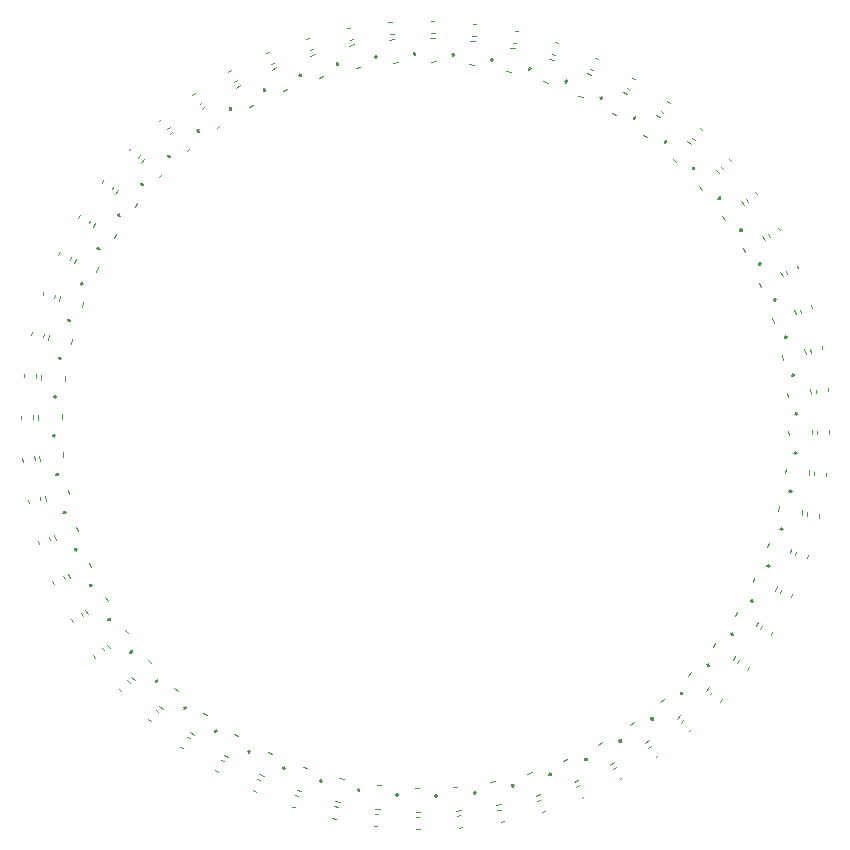
<source format=gbr>
%TF.GenerationSoftware,KiCad,Pcbnew,(6.0.4)*%
%TF.CreationDate,2022-06-17T20:48:29+08:00*%
%TF.ProjectId,WS2812_2020_60bit,57533238-3132-45f3-9230-32305f363062,rev?*%
%TF.SameCoordinates,Original*%
%TF.FileFunction,Legend,Top*%
%TF.FilePolarity,Positive*%
%FSLAX46Y46*%
G04 Gerber Fmt 4.6, Leading zero omitted, Abs format (unit mm)*
G04 Created by KiCad (PCBNEW (6.0.4)) date 2022-06-17 20:48:29*
%MOMM*%
%LPD*%
G01*
G04 APERTURE LIST*
%ADD10C,0.120000*%
%ADD11C,0.100000*%
%ADD12C,0.200000*%
G04 APERTURE END LIST*
D10*
%TO.C,REF\u002A\u002A100*%
X199273695Y-86761233D02*
X199172937Y-86498748D01*
X198321443Y-87126768D02*
X198220685Y-86864283D01*
D11*
%TO.C,LED\u002A\u002A74*%
X255598885Y-55388672D02*
X255881728Y-55671515D01*
D12*
X255952439Y-57722124D02*
X255952439Y-57722124D01*
X255811017Y-57863546D02*
X255811017Y-57863546D01*
D11*
X254184672Y-56802885D02*
X254467515Y-57085728D01*
D12*
X255952439Y-57722124D02*
G75*
G03*
X255811017Y-57863546I-70711J-70711D01*
G01*
X255811017Y-57863546D02*
G75*
G03*
X255952439Y-57722124I70711J70711D01*
G01*
D10*
%TO.C,REF\u002A\u002A118*%
X250087452Y-104157122D02*
X249868949Y-104334061D01*
X250729359Y-104949811D02*
X250510856Y-105126750D01*
D11*
%TO.C,LED\u002A\u002A8*%
X251197115Y-100184672D02*
X250914272Y-100467515D01*
D12*
X250277876Y-101952439D02*
X250277876Y-101952439D01*
D11*
X252611328Y-101598885D02*
X252328485Y-101881728D01*
D12*
X250136454Y-101811017D02*
X250136454Y-101811017D01*
X250277876Y-101952439D02*
G75*
G03*
X250136454Y-101811017I-70711J70711D01*
G01*
X250136454Y-101811017D02*
G75*
G03*
X250277876Y-101952439I70711J-70711D01*
G01*
D11*
%TO.C,LED\u002A\u002A107*%
X215191319Y-103373055D02*
X214834916Y-103191458D01*
X214283338Y-105155068D02*
X213926935Y-104973471D01*
D12*
X213316810Y-102866875D02*
X213316810Y-102866875D01*
X213226012Y-103045077D02*
X213226012Y-103045077D01*
X213226012Y-103045077D02*
G75*
G03*
X213316810Y-102866875I45399J89101D01*
G01*
X213316810Y-102866875D02*
G75*
G03*
X213226012Y-103045077I-45399J-89101D01*
G01*
D11*
%TO.C,LED\u002A\u002A90*%
X206935777Y-54794869D02*
X207187505Y-54484010D01*
D12*
X209374919Y-54325204D02*
X209374919Y-54325204D01*
D11*
X208490069Y-56053510D02*
X208741797Y-55742651D01*
D12*
X209219490Y-54199340D02*
X209219490Y-54199340D01*
X209374919Y-54325204D02*
G75*
G03*
X209219490Y-54199340I-77714J62932D01*
G01*
X209219490Y-54199340D02*
G75*
G03*
X209374919Y-54325204I77715J-62932D01*
G01*
D10*
%TO.C,REF\u002A\u002A72*%
X260003535Y-60855804D02*
X260156665Y-61091604D01*
X260858979Y-60300272D02*
X261012109Y-60536072D01*
%TO.C,REF\u002A\u002A102*%
X201141021Y-93699728D02*
X200987891Y-93463928D01*
X201996465Y-93144196D02*
X201843335Y-92908396D01*
D11*
%TO.C,LED\u002A\u002A67*%
X263741335Y-77399520D02*
X263762270Y-77798972D01*
D12*
X262242966Y-79380654D02*
X262242966Y-79380654D01*
X262442692Y-79370187D02*
X262442692Y-79370187D01*
D11*
X261744076Y-77504192D02*
X261765011Y-77903644D01*
D12*
X262442692Y-79370187D02*
G75*
G03*
X262242966Y-79380654I-99863J-5233D01*
G01*
X262242966Y-79380654D02*
G75*
G03*
X262442692Y-79370187I99863J5234D01*
G01*
D10*
%TO.C,REF\u002A\u002A62*%
X260391878Y-94508769D02*
X260264234Y-94759285D01*
X259483052Y-94045699D02*
X259355408Y-94296215D01*
D12*
%TO.C,LED\u002A\u002A68*%
X262320661Y-76101833D02*
X262320661Y-76101833D01*
D11*
X263603736Y-73974930D02*
X263666310Y-74370005D01*
X261628360Y-74287799D02*
X261690934Y-74682874D01*
D12*
X262518198Y-76070546D02*
X262518198Y-76070546D01*
X262320660Y-76101833D02*
G75*
G03*
X262518198Y-76070546I98769J15644D01*
G01*
X262518197Y-76070546D02*
G75*
G03*
X262320661Y-76101833I-98768J-15643D01*
G01*
D10*
%TO.C,REF\u002A\u002A109*%
X219984754Y-109389873D02*
X219713174Y-109317103D01*
X220248750Y-108404629D02*
X219977170Y-108331859D01*
%TO.C,REF\u002A\u002A104*%
X205265581Y-99542830D02*
X205066770Y-99344019D01*
X205986830Y-98821581D02*
X205788019Y-98622770D01*
D11*
%TO.C,LED\u002A\u002A110*%
X223801903Y-108942794D02*
X223406828Y-108880220D01*
D12*
X222144304Y-107262805D02*
X222144304Y-107262805D01*
X222175591Y-107065267D02*
X222175591Y-107065267D01*
D11*
X224114772Y-106967418D02*
X223719697Y-106904844D01*
D12*
X222144304Y-107262805D02*
G75*
G03*
X222175591Y-107065267I15643J98769D01*
G01*
X222175591Y-107065267D02*
G75*
G03*
X222144304Y-107262805I-15644J-98769D01*
G01*
D10*
%TO.C,REF\u002A\u002A90*%
X205890683Y-53762924D02*
X206067622Y-53544421D01*
X206683372Y-54404831D02*
X206860311Y-54186328D01*
D11*
%TO.C,LED\u002A\u002A104*%
X206401115Y-98611328D02*
X206118272Y-98328485D01*
D12*
X206188983Y-96136454D02*
X206188983Y-96136454D01*
X206047561Y-96277876D02*
X206047561Y-96277876D01*
D11*
X207815328Y-97197115D02*
X207532485Y-96914272D01*
D12*
X206188983Y-96136454D02*
G75*
G03*
X206047561Y-96277876I-70711J-70711D01*
G01*
X206047561Y-96277876D02*
G75*
G03*
X206188983Y-96136454I70711J70711D01*
G01*
D10*
%TO.C,REF\u002A\u002A79*%
X242015246Y-44610127D02*
X242286826Y-44682897D01*
X241751250Y-45595371D02*
X242022830Y-45668141D01*
D11*
%TO.C,LED\u002A\u002A115*%
X240020927Y-106395158D02*
X239647495Y-106538505D01*
D12*
X238462145Y-107636205D02*
X238462145Y-107636205D01*
X238390472Y-107449489D02*
X238390472Y-107449489D01*
D11*
X240737663Y-108262319D02*
X240364231Y-108405666D01*
D12*
X238462145Y-107636205D02*
G75*
G03*
X238390472Y-107449489I-35837J93358D01*
G01*
X238390472Y-107449489D02*
G75*
G03*
X238462145Y-107636205I35836J-93358D01*
G01*
%TO.C,LED\u002A\u002A64*%
X259978164Y-88918744D02*
X259978164Y-88918744D01*
D11*
X262015402Y-87497596D02*
X261911874Y-87883966D01*
X260083550Y-86979958D02*
X259980022Y-87366328D01*
D12*
X260171349Y-88970508D02*
X260171349Y-88970508D01*
X260171350Y-88970508D02*
G75*
G03*
X259978164Y-88918744I-96593J25882D01*
G01*
X259978165Y-88918744D02*
G75*
G03*
X260171349Y-88970508I96592J-25882D01*
G01*
D11*
%TO.C,LED\u002A\u002A117*%
X247024673Y-105554589D02*
X246689205Y-105772444D01*
X245935395Y-103877248D02*
X245599927Y-104095103D01*
D12*
X244668704Y-105415264D02*
X244668704Y-105415264D01*
X244559777Y-105247530D02*
X244559777Y-105247530D01*
X244668704Y-105415264D02*
G75*
G03*
X244559777Y-105247530I-54463J83867D01*
G01*
X244559778Y-105247531D02*
G75*
G03*
X244668704Y-105415264I54463J-83866D01*
G01*
D10*
%TO.C,REF\u002A\u002A60*%
X255316628Y-99595169D02*
X255139689Y-99813672D01*
X256109317Y-100237076D02*
X255932378Y-100455579D01*
%TO.C,REF\u002A\u002A67*%
X265208498Y-77467100D02*
X265223212Y-77747875D01*
X264189896Y-77520483D02*
X264204610Y-77801258D01*
%TO.C,REF\u002A\u002A105*%
X207762924Y-102109317D02*
X207544421Y-101932378D01*
X208404831Y-101316628D02*
X208186328Y-101139689D01*
D12*
%TO.C,LED\u002A\u002A75*%
X253800660Y-55219490D02*
X253800660Y-55219490D01*
D11*
X251946490Y-54490069D02*
X252257349Y-54741797D01*
X253205131Y-52935777D02*
X253515990Y-53187505D01*
D12*
X253674796Y-55374919D02*
X253674796Y-55374919D01*
X253800660Y-55219490D02*
G75*
G03*
X253674796Y-55374919I-62932J-77715D01*
G01*
X253674796Y-55374919D02*
G75*
G03*
X253800660Y-55219490I62932J77714D01*
G01*
%TO.C,LED\u002A\u002A86*%
X220376378Y-47311629D02*
X220376378Y-47311629D01*
D11*
X218955860Y-48708815D02*
X219312263Y-48527218D01*
D12*
X220467176Y-47489830D02*
X220467176Y-47489830D01*
D11*
X218047879Y-46926802D02*
X218404282Y-46745205D01*
D12*
X220376378Y-47311628D02*
G75*
G03*
X220467176Y-47489830I45399J-89101D01*
G01*
X220467175Y-47489829D02*
G75*
G03*
X220376378Y-47311629I-45398J89100D01*
G01*
%TO.C,LED\u002A\u002A87*%
X217331296Y-48584736D02*
X217331296Y-48584736D01*
X217440223Y-48752470D02*
X217440223Y-48752470D01*
D11*
X214975327Y-48445411D02*
X215310795Y-48227556D01*
X216064605Y-50122752D02*
X216400073Y-49904897D01*
D12*
X217331296Y-48584736D02*
G75*
G03*
X217440223Y-48752470I54463J-83867D01*
G01*
X217440222Y-48752469D02*
G75*
G03*
X217331296Y-48584736I-54463J83866D01*
G01*
D10*
%TO.C,REF\u002A\u002A111*%
X227013080Y-109953672D02*
X226732305Y-109938958D01*
X226959697Y-110972274D02*
X226678922Y-110957560D01*
D11*
%TO.C,LED\u002A\u002A98*%
X198396264Y-80025070D02*
X198333690Y-79629995D01*
D12*
X199481802Y-77929454D02*
X199481802Y-77929454D01*
X199679339Y-77898167D02*
X199679339Y-77898167D01*
D11*
X200371640Y-79712201D02*
X200309066Y-79317126D01*
D12*
X199481803Y-77929454D02*
G75*
G03*
X199679339Y-77898167I98768J15643D01*
G01*
X199679340Y-77898167D02*
G75*
G03*
X199481802Y-77929454I-98769J-15644D01*
G01*
D11*
%TO.C,LED\u002A\u002A76*%
X249478815Y-52423877D02*
X249814283Y-52641732D01*
X250568093Y-50746536D02*
X250903561Y-50964391D01*
D12*
X251290145Y-53123223D02*
X251290145Y-53123223D01*
X251399072Y-52955489D02*
X251399072Y-52955489D01*
X251290145Y-53123223D02*
G75*
G03*
X251399072Y-52955489I54463J83867D01*
G01*
X251399071Y-52955490D02*
G75*
G03*
X251290145Y-53123223I-54463J-83866D01*
G01*
D11*
%TO.C,LED\u002A\u002A61*%
X255576123Y-95478815D02*
X255358268Y-95814283D01*
X257253464Y-96568093D02*
X257035609Y-96903561D01*
D12*
X255044511Y-97399072D02*
X255044511Y-97399072D01*
X254876777Y-97290145D02*
X254876777Y-97290145D01*
X254876777Y-97290145D02*
G75*
G03*
X255044511Y-97399072I83867J-54463D01*
G01*
X255044510Y-97399071D02*
G75*
G03*
X254876777Y-97290145I-83866J54463D01*
G01*
%TO.C,LED\u002A\u002A114*%
X235218910Y-108248384D02*
X235218910Y-108248384D01*
D11*
X236898878Y-107177072D02*
X236512508Y-107280600D01*
X237416516Y-109108924D02*
X237030146Y-109212452D01*
D12*
X235167147Y-108055199D02*
X235167147Y-108055199D01*
X235167147Y-108055198D02*
G75*
G03*
X235218910Y-108248384I25882J-96593D01*
G01*
X235218910Y-108248383D02*
G75*
G03*
X235167147Y-108055199I-25881J96592D01*
G01*
D11*
%TO.C,LED\u002A\u002A66*%
X261522955Y-80715061D02*
X261502020Y-81114513D01*
D12*
X261822968Y-82633392D02*
X261822968Y-82633392D01*
X262022694Y-82643859D02*
X262022694Y-82643859D01*
D11*
X263520214Y-80819733D02*
X263499279Y-81219185D01*
D12*
X262022694Y-82643859D02*
G75*
G03*
X261822968Y-82633392I-99863J5234D01*
G01*
X261822968Y-82633392D02*
G75*
G03*
X262022694Y-82643859I99863J-5233D01*
G01*
D10*
%TO.C,REF\u002A\u002A96*%
X197027726Y-72959697D02*
X197042440Y-72678922D01*
X198046328Y-73013080D02*
X198061042Y-72732305D01*
D12*
%TO.C,LED\u002A\u002A106*%
X210709855Y-100876777D02*
X210709855Y-100876777D01*
X210600928Y-101044511D02*
X210600928Y-101044511D01*
D11*
X211431907Y-103253464D02*
X211096439Y-103035609D01*
X212521185Y-101576123D02*
X212185717Y-101358268D01*
D12*
X210600929Y-101044510D02*
G75*
G03*
X210709855Y-100876777I54463J83866D01*
G01*
X210709855Y-100876777D02*
G75*
G03*
X210600928Y-101044511I-54463J-83867D01*
G01*
%TO.C,LED\u002A\u002A63*%
X258573571Y-91882495D02*
X258573571Y-91882495D01*
D11*
X260748199Y-90682081D02*
X260604852Y-91055513D01*
D12*
X258760287Y-91954169D02*
X258760287Y-91954169D01*
D11*
X258881038Y-89965345D02*
X258737691Y-90338777D01*
D12*
X258760287Y-91954169D02*
G75*
G03*
X258573571Y-91882495I-93358J35837D01*
G01*
X258573571Y-91882495D02*
G75*
G03*
X258760287Y-91954169I93358J-35837D01*
G01*
%TO.C,LED\u002A\u002A105*%
X208199340Y-98780510D02*
X208199340Y-98780510D01*
D11*
X210053510Y-99509931D02*
X209742651Y-99258203D01*
X208794869Y-101064223D02*
X208484010Y-100812495D01*
D12*
X208325204Y-98625081D02*
X208325204Y-98625081D01*
X208325204Y-98625081D02*
G75*
G03*
X208199340Y-98780510I-62932J-77714D01*
G01*
X208199340Y-98780510D02*
G75*
G03*
X208325204Y-98625081I62932J77715D01*
G01*
D10*
%TO.C,REF\u002A\u002A81*%
X234986920Y-44046328D02*
X235267695Y-44061042D01*
X235040303Y-43027726D02*
X235321078Y-43042440D01*
D12*
%TO.C,LED\u002A\u002A71*%
X260510170Y-66467176D02*
X260510170Y-66467176D01*
D11*
X261073198Y-64047879D02*
X261254795Y-64404282D01*
X259291185Y-64955860D02*
X259472782Y-65312263D01*
D12*
X260688371Y-66376378D02*
X260688371Y-66376378D01*
X260510171Y-66467175D02*
G75*
G03*
X260688371Y-66376378I89100J45398D01*
G01*
X260688372Y-66376378D02*
G75*
G03*
X260510170Y-66467176I-89101J-45399D01*
G01*
%TO.C,LED\u002A\u002A100*%
X200550511Y-84390472D02*
X200550511Y-84390472D01*
D11*
X201604842Y-86020927D02*
X201461495Y-85647495D01*
D12*
X200363795Y-84462145D02*
X200363795Y-84462145D01*
D11*
X199737681Y-86737663D02*
X199594334Y-86364231D01*
D12*
X200550511Y-84390472D02*
G75*
G03*
X200363795Y-84462145I-93358J-35836D01*
G01*
X200363795Y-84462145D02*
G75*
G03*
X200550511Y-84390472I93358J35837D01*
G01*
D11*
%TO.C,LED\u002A\u002A84*%
X224583484Y-44891076D02*
X224969854Y-44787548D01*
D12*
X226832853Y-45944801D02*
X226832853Y-45944801D01*
D11*
X225101122Y-46822928D02*
X225487492Y-46719400D01*
D12*
X226781090Y-45751616D02*
X226781090Y-45751616D01*
X226832853Y-45944802D02*
G75*
G03*
X226781090Y-45751616I-25882J96593D01*
G01*
X226781090Y-45751617D02*
G75*
G03*
X226832853Y-45944801I25881J-96592D01*
G01*
D10*
%TO.C,REF\u002A\u002A101*%
X200467822Y-90024062D02*
X200340178Y-89773546D01*
X199558996Y-90487132D02*
X199431352Y-90236616D01*
%TO.C,REF\u002A\u002A114*%
X237391458Y-109572831D02*
X237119878Y-109645601D01*
X237655454Y-110558075D02*
X237383874Y-110630845D01*
D11*
%TO.C,LED\u002A\u002A102*%
X202445411Y-93024673D02*
X202227556Y-92689205D01*
D12*
X202752470Y-90559777D02*
X202752470Y-90559777D01*
D11*
X204122752Y-91935395D02*
X203904897Y-91599927D01*
D12*
X202584736Y-90668704D02*
X202584736Y-90668704D01*
X202752469Y-90559778D02*
G75*
G03*
X202584736Y-90668704I-83866J-54463D01*
G01*
X202584736Y-90668704D02*
G75*
G03*
X202752470Y-90559777I83867J54463D01*
G01*
D10*
%TO.C,REF\u002A\u002A116*%
X244024062Y-107532178D02*
X243773546Y-107659822D01*
X244487132Y-108441004D02*
X244236616Y-108568648D01*
%TO.C,REF\u002A\u002A63*%
X261108778Y-90975032D02*
X261008020Y-91237517D01*
X262061030Y-91340567D02*
X261960272Y-91603052D01*
%TO.C,REF\u002A\u002A71*%
X262441004Y-63512868D02*
X262568648Y-63763384D01*
X261532178Y-63975938D02*
X261659822Y-64226454D01*
D12*
%TO.C,LED\u002A\u002A113*%
X231898167Y-108320661D02*
X231898167Y-108320661D01*
D11*
X234025070Y-109603736D02*
X233629995Y-109666310D01*
X233712201Y-107628360D02*
X233317126Y-107690934D01*
D12*
X231929454Y-108518198D02*
X231929454Y-108518198D01*
X231929454Y-108518197D02*
G75*
G03*
X231898167Y-108320661I-15643J98768D01*
G01*
X231898167Y-108320660D02*
G75*
G03*
X231929454Y-108518198I15644J-98769D01*
G01*
D10*
%TO.C,REF\u002A\u002A112*%
X230479517Y-110189896D02*
X230198742Y-110204610D01*
X230532900Y-111208498D02*
X230252125Y-111223212D01*
D11*
%TO.C,LED\u002A\u002A70*%
X262262319Y-67262337D02*
X262405666Y-67635769D01*
D12*
X261449489Y-69609528D02*
X261449489Y-69609528D01*
X261636205Y-69537855D02*
X261636205Y-69537855D01*
D11*
X260395158Y-67979073D02*
X260538505Y-68352505D01*
D12*
X261449489Y-69609528D02*
G75*
G03*
X261636205Y-69537855I93358J35836D01*
G01*
X261636205Y-69537855D02*
G75*
G03*
X261449489Y-69609528I-93358J-35837D01*
G01*
D11*
%TO.C,LED\u002A\u002A81*%
X234715061Y-46477045D02*
X235114513Y-46497980D01*
D12*
X236633392Y-46177032D02*
X236633392Y-46177032D01*
D11*
X234819733Y-44479786D02*
X235219185Y-44500721D01*
D12*
X236643859Y-45977306D02*
X236643859Y-45977306D01*
X236643859Y-45977306D02*
G75*
G03*
X236633392Y-46177032I-5234J-99863D01*
G01*
X236633392Y-46177032D02*
G75*
G03*
X236643859Y-45977306I5233J99863D01*
G01*
D10*
%TO.C,REF\u002A\u002A103*%
X203842878Y-96087452D02*
X203665939Y-95868949D01*
X203050189Y-96729359D02*
X202873250Y-96510856D01*
%TO.C,REF\u002A\u002A82*%
X231520483Y-43810104D02*
X231801258Y-43795390D01*
X231467100Y-42791502D02*
X231747875Y-42776788D01*
D12*
%TO.C,LED\u002A\u002A72*%
X259415264Y-63331296D02*
X259415264Y-63331296D01*
X259247530Y-63440223D02*
X259247530Y-63440223D01*
D11*
X257877248Y-62064605D02*
X258095103Y-62400073D01*
X259554589Y-60975327D02*
X259772444Y-61310795D01*
D12*
X259415264Y-63331296D02*
G75*
G03*
X259247530Y-63440223I-83867J-54463D01*
G01*
X259247531Y-63440222D02*
G75*
G03*
X259415264Y-63331296I83866J54463D01*
G01*
D10*
%TO.C,REF\u002A\u002A80*%
X238569240Y-43636155D02*
X238846939Y-43680139D01*
X238409677Y-44643597D02*
X238687376Y-44687581D01*
D12*
%TO.C,LED\u002A\u002A62*%
X256866875Y-94683190D02*
X256866875Y-94683190D01*
X257045077Y-94773988D02*
X257045077Y-94773988D01*
D11*
X259155068Y-93716662D02*
X258973471Y-94073065D01*
X257373055Y-92808681D02*
X257191458Y-93165084D01*
D12*
X256866875Y-94683190D02*
G75*
G03*
X257045077Y-94773988I89101J-45399D01*
G01*
X257045077Y-94773988D02*
G75*
G03*
X256866875Y-94683190I-89101J45399D01*
G01*
D10*
%TO.C,REF\u002A\u002A93*%
X199938970Y-62659433D02*
X200039728Y-62396948D01*
X200891222Y-63024968D02*
X200991980Y-62762483D01*
%TO.C,REF\u002A\u002A77*%
X248508769Y-47608122D02*
X248759285Y-47735766D01*
X248045699Y-48516948D02*
X248296215Y-48644592D01*
D11*
%TO.C,LED\u002A\u002A69*%
X261177072Y-71101122D02*
X261280600Y-71487492D01*
D12*
X262248384Y-72781090D02*
X262248384Y-72781090D01*
D11*
X263108924Y-70583484D02*
X263212452Y-70969854D01*
D12*
X262055199Y-72832853D02*
X262055199Y-72832853D01*
X262055198Y-72832853D02*
G75*
G03*
X262248384Y-72781090I96593J25882D01*
G01*
X262248383Y-72781090D02*
G75*
G03*
X262055199Y-72832853I-96592J-25881D01*
G01*
%TO.C,LED\u002A\u002A92*%
X205133125Y-59316810D02*
X205133125Y-59316810D01*
X204954923Y-59226012D02*
X204954923Y-59226012D01*
D11*
X204626945Y-61191319D02*
X204808542Y-60834916D01*
X202844932Y-60283338D02*
X203026529Y-59926935D01*
D12*
X205133125Y-59316810D02*
G75*
G03*
X204954923Y-59226012I-89101J45399D01*
G01*
X204954923Y-59226012D02*
G75*
G03*
X205133125Y-59316810I89101J-45399D01*
G01*
D10*
%TO.C,REF\u002A\u002A88*%
X211270641Y-49050189D02*
X211489144Y-48873250D01*
X211912548Y-49842878D02*
X212131051Y-49665939D01*
D12*
%TO.C,LED\u002A\u002A89*%
X211863546Y-52188983D02*
X211863546Y-52188983D01*
D11*
X210802885Y-53815328D02*
X211085728Y-53532485D01*
D12*
X211722124Y-52047561D02*
X211722124Y-52047561D01*
D11*
X209388672Y-52401115D02*
X209671515Y-52118272D01*
D12*
X211863546Y-52188983D02*
G75*
G03*
X211722124Y-52047561I-70711J70711D01*
G01*
X211722124Y-52047561D02*
G75*
G03*
X211863546Y-52188983I70711J-70711D01*
G01*
D11*
%TO.C,LED\u002A\u002A96*%
X198479786Y-73180267D02*
X198500721Y-72780815D01*
D12*
X200177032Y-71366608D02*
X200177032Y-71366608D01*
D11*
X200477045Y-73284939D02*
X200497980Y-72885487D01*
D12*
X199977306Y-71356141D02*
X199977306Y-71356141D01*
X199977306Y-71356141D02*
G75*
G03*
X200177032Y-71366608I99863J-5234D01*
G01*
X200177032Y-71366608D02*
G75*
G03*
X199977306Y-71356141I-99863J5233D01*
G01*
%TO.C,LED\u002A\u002A78*%
X245882495Y-49426429D02*
X245882495Y-49426429D01*
D11*
X244682081Y-47251801D02*
X245055513Y-47395148D01*
D12*
X245954169Y-49239713D02*
X245954169Y-49239713D01*
D11*
X243965345Y-49118962D02*
X244338777Y-49262309D01*
D12*
X245954169Y-49239713D02*
G75*
G03*
X245882495Y-49426429I-35837J-93358D01*
G01*
X245882495Y-49426429D02*
G75*
G03*
X245954169Y-49239713I35837J93358D01*
G01*
%TO.C,LED\u002A\u002A108*%
X216117505Y-104573571D02*
X216117505Y-104573571D01*
D11*
X217317919Y-106748199D02*
X216944487Y-106604852D01*
X218034655Y-104881038D02*
X217661223Y-104737691D01*
D12*
X216045831Y-104760287D02*
X216045831Y-104760287D01*
X216045831Y-104760287D02*
G75*
G03*
X216117505Y-104573571I35837J93358D01*
G01*
X216117505Y-104573571D02*
G75*
G03*
X216045831Y-104760287I-35837J-93358D01*
G01*
D10*
%TO.C,REF\u002A\u002A94*%
X199595371Y-66248750D02*
X199668141Y-65977170D01*
X198610127Y-65984754D02*
X198682897Y-65713174D01*
D12*
%TO.C,LED\u002A\u002A91*%
X207123223Y-56709855D02*
X207123223Y-56709855D01*
D11*
X206423877Y-58521185D02*
X206641732Y-58185717D01*
D12*
X206955489Y-56600928D02*
X206955489Y-56600928D01*
D11*
X204746536Y-57431907D02*
X204964391Y-57096439D01*
D12*
X206955490Y-56600929D02*
G75*
G03*
X207123223Y-56709855I83866J-54463D01*
G01*
X207123223Y-56709855D02*
G75*
G03*
X206955489Y-56600928I-83867J54463D01*
G01*
D10*
%TO.C,REF\u002A\u002A8*%
X252821581Y-102013170D02*
X252622770Y-102211981D01*
X253542830Y-102734419D02*
X253344019Y-102933230D01*
%TO.C,REF\u002A\u002A65*%
X263356403Y-84409677D02*
X263312419Y-84687376D01*
X264363845Y-84569240D02*
X264319861Y-84846939D01*
%TO.C,REF\u002A\u002A110*%
X223430760Y-110363845D02*
X223153061Y-110319861D01*
X223590323Y-109356403D02*
X223312624Y-109312419D01*
%TO.C,REF\u002A\u002A75*%
X254237076Y-51890683D02*
X254455579Y-52067622D01*
X253595169Y-52683372D02*
X253813672Y-52860311D01*
%TO.C,REF\u002A\u002A83*%
X227888780Y-42930075D02*
X228166479Y-42886091D01*
X228048343Y-43937517D02*
X228326042Y-43893533D01*
%TO.C,REF\u002A\u002A68*%
X265069925Y-73888780D02*
X265113909Y-74166479D01*
X264062483Y-74048343D02*
X264106467Y-74326042D01*
D11*
%TO.C,LED\u002A\u002A82*%
X231399520Y-44258665D02*
X231798972Y-44237730D01*
D12*
X233380654Y-45757034D02*
X233380654Y-45757034D01*
X233370187Y-45557308D02*
X233370187Y-45557308D01*
D11*
X231504192Y-46255924D02*
X231903644Y-46234989D01*
D12*
X233380654Y-45757034D02*
G75*
G03*
X233370187Y-45557308I-5234J99863D01*
G01*
X233370187Y-45557308D02*
G75*
G03*
X233380654Y-45757034I5233J-99863D01*
G01*
D11*
%TO.C,LED\u002A\u002A99*%
X200822928Y-82898878D02*
X200719400Y-82512508D01*
D12*
X199751616Y-81218910D02*
X199751616Y-81218910D01*
X199944801Y-81167147D02*
X199944801Y-81167147D01*
D11*
X198891076Y-83416516D02*
X198787548Y-83030146D01*
D12*
X199944802Y-81167147D02*
G75*
G03*
X199751616Y-81218910I-96593J-25882D01*
G01*
X199751617Y-81218910D02*
G75*
G03*
X199944801Y-81167147I96592J25881D01*
G01*
D10*
%TO.C,REF\u002A\u002A84*%
X224608542Y-44427169D02*
X224880122Y-44354399D01*
X224344546Y-43441925D02*
X224616126Y-43369155D01*
D11*
%TO.C,LED\u002A\u002A93*%
X201251801Y-63317919D02*
X201395148Y-62944487D01*
X203118962Y-64034655D02*
X203262309Y-63661223D01*
D12*
X203426429Y-62117505D02*
X203426429Y-62117505D01*
X203239713Y-62045831D02*
X203239713Y-62045831D01*
X203239713Y-62045831D02*
G75*
G03*
X203426429Y-62117505I93358J-35837D01*
G01*
X203426429Y-62117505D02*
G75*
G03*
X203239713Y-62045831I-93358J35837D01*
G01*
%TO.C,LED\u002A\u002A73*%
X257675404Y-60561834D02*
X257675404Y-60561834D01*
X257830833Y-60435970D02*
X257830833Y-60435970D01*
D11*
X256168837Y-59336985D02*
X256420565Y-59647844D01*
X257723129Y-58078344D02*
X257974857Y-58389203D01*
D12*
X257830833Y-60435970D02*
G75*
G03*
X257675404Y-60561834I-77714J-62932D01*
G01*
X257675404Y-60561834D02*
G75*
G03*
X257830833Y-60435970I77715J62932D01*
G01*
D11*
%TO.C,LED\u002A\u002A112*%
X230600480Y-109741335D02*
X230201028Y-109762270D01*
D12*
X228619346Y-108242966D02*
X228619346Y-108242966D01*
D11*
X230495808Y-107744076D02*
X230096356Y-107765011D01*
D12*
X228629813Y-108442692D02*
X228629813Y-108442692D01*
X228629813Y-108442692D02*
G75*
G03*
X228619346Y-108242966I-5233J99863D01*
G01*
X228619346Y-108242966D02*
G75*
G03*
X228629813Y-108442692I5234J-99863D01*
G01*
%TO.C,LED\u002A\u002A85*%
X223609528Y-46550511D02*
X223609528Y-46550511D01*
X223537855Y-46363795D02*
X223537855Y-46363795D01*
D11*
X221979073Y-47604842D02*
X222352505Y-47461495D01*
X221262337Y-45737681D02*
X221635769Y-45594334D01*
D12*
X223609528Y-46550511D02*
G75*
G03*
X223537855Y-46363795I-35836J93358D01*
G01*
X223537855Y-46363795D02*
G75*
G03*
X223609528Y-46550511I35837J-93358D01*
G01*
%TO.C,LED\u002A\u002A95*%
X200934733Y-68175591D02*
X200934733Y-68175591D01*
D11*
X201032582Y-70114772D02*
X201095156Y-69719697D01*
D12*
X200737195Y-68144304D02*
X200737195Y-68144304D01*
D11*
X199057206Y-69801903D02*
X199119780Y-69406828D01*
D12*
X200737195Y-68144304D02*
G75*
G03*
X200934733Y-68175591I98769J-15643D01*
G01*
X200934733Y-68175591D02*
G75*
G03*
X200737195Y-68144304I-98769J15644D01*
G01*
D10*
%TO.C,REF\u002A\u002A73*%
X258949811Y-57270641D02*
X259126750Y-57489144D01*
X258157122Y-57912548D02*
X258334061Y-58131051D01*
D11*
%TO.C,LED\u002A\u002A88*%
X213336985Y-51831163D02*
X213647844Y-51579435D01*
D12*
X214435970Y-50169167D02*
X214435970Y-50169167D01*
D11*
X212078344Y-50276871D02*
X212389203Y-50025143D01*
D12*
X214561834Y-50324596D02*
X214561834Y-50324596D01*
X214561834Y-50324596D02*
G75*
G03*
X214435970Y-50169167I-62932J77715D01*
G01*
X214435970Y-50169167D02*
G75*
G03*
X214561834Y-50324596I62932J-77714D01*
G01*
D10*
%TO.C,REF\u002A\u002A91*%
X203599299Y-56514857D02*
X203752429Y-56279057D01*
X204454743Y-57070389D02*
X204607873Y-56834589D01*
%TO.C,REF\u002A\u002A117*%
X247699728Y-106858979D02*
X247463928Y-107012109D01*
X247144196Y-106003535D02*
X246908396Y-106156665D01*
D12*
%TO.C,LED\u002A\u002A109*%
X219029492Y-106171349D02*
X219029492Y-106171349D01*
D11*
X221020042Y-106083550D02*
X220633672Y-105980022D01*
D12*
X219081256Y-105978164D02*
X219081256Y-105978164D01*
D11*
X220502404Y-108015402D02*
X220116034Y-107911874D01*
D12*
X219029492Y-106171350D02*
G75*
G03*
X219081256Y-105978164I25882J96593D01*
G01*
X219081256Y-105978165D02*
G75*
G03*
X219029492Y-106171349I-25882J-96592D01*
G01*
D11*
%TO.C,LED\u002A\u002A83*%
X227974930Y-44396264D02*
X228370005Y-44333690D01*
D12*
X230070546Y-45481802D02*
X230070546Y-45481802D01*
D11*
X228287799Y-46371640D02*
X228682874Y-46309066D01*
D12*
X230101833Y-45679339D02*
X230101833Y-45679339D01*
X230101833Y-45679340D02*
G75*
G03*
X230070546Y-45481802I-15644J98769D01*
G01*
X230070546Y-45481803D02*
G75*
G03*
X230101833Y-45679339I15643J-98768D01*
G01*
%TO.C,LED\u002A\u002A103*%
X204169167Y-93564030D02*
X204169167Y-93564030D01*
D11*
X204276871Y-95921656D02*
X204025143Y-95610797D01*
X205831163Y-94663015D02*
X205579435Y-94352156D01*
D12*
X204324596Y-93438166D02*
X204324596Y-93438166D01*
X204169167Y-93564030D02*
G75*
G03*
X204324596Y-93438166I77714J62932D01*
G01*
X204324596Y-93438166D02*
G75*
G03*
X204169167Y-93564030I-77715J-62932D01*
G01*
D10*
%TO.C,REF\u002A\u002A106*%
X210514857Y-104400701D02*
X210279057Y-104247571D01*
X211070389Y-103545257D02*
X210834589Y-103392127D01*
%TO.C,REF\u002A\u002A85*%
X220873232Y-44321443D02*
X221135717Y-44220685D01*
X221238767Y-45273695D02*
X221501252Y-45172937D01*
%TO.C,REF\u002A\u002A66*%
X263953672Y-80986920D02*
X263938958Y-81267695D01*
X264972274Y-81040303D02*
X264957560Y-81321078D01*
%TO.C,REF\u002A\u002A70*%
X263678557Y-66873232D02*
X263779315Y-67135717D01*
X262726305Y-67238767D02*
X262827063Y-67501252D01*
%TO.C,REF\u002A\u002A97*%
X196791502Y-76532900D02*
X196776788Y-76252125D01*
X197810104Y-76479517D02*
X197795390Y-76198742D01*
%TO.C,REF\u002A\u002A115*%
X241126768Y-109678557D02*
X240864283Y-109779315D01*
X240761233Y-108726305D02*
X240498748Y-108827063D01*
D11*
%TO.C,LED\u002A\u002A118*%
X248663015Y-102168837D02*
X248352156Y-102420565D01*
X249921656Y-103723129D02*
X249610797Y-103974857D01*
D12*
X247438166Y-103675404D02*
X247438166Y-103675404D01*
X247564030Y-103830833D02*
X247564030Y-103830833D01*
X247438166Y-103675404D02*
G75*
G03*
X247564030Y-103830833I62932J-77715D01*
G01*
X247564030Y-103830833D02*
G75*
G03*
X247438166Y-103675404I-62932J77714D01*
G01*
D10*
%TO.C,REF\u002A\u002A107*%
X213491231Y-106391878D02*
X213240715Y-106264234D01*
X213954301Y-105483052D02*
X213703785Y-105355408D01*
%TO.C,REF\u002A\u002A76*%
X251485143Y-49599299D02*
X251720943Y-49752429D01*
X250929611Y-50454743D02*
X251165411Y-50607873D01*
%TO.C,REF\u002A\u002A108*%
X216659433Y-108061030D02*
X216396948Y-107960272D01*
X217024968Y-107108778D02*
X216762483Y-107008020D01*
D11*
%TO.C,LED\u002A\u002A101*%
X202708815Y-89044140D02*
X202527218Y-88687737D01*
X200926802Y-89952121D02*
X200745205Y-89595718D01*
D12*
X201311629Y-87623622D02*
X201311629Y-87623622D01*
X201489830Y-87532824D02*
X201489830Y-87532824D01*
X201489829Y-87532825D02*
G75*
G03*
X201311629Y-87623622I-89100J-45398D01*
G01*
X201311628Y-87623622D02*
G75*
G03*
X201489830Y-87532824I89101J45399D01*
G01*
D11*
%TO.C,LED\u002A\u002A97*%
X198258665Y-76600480D02*
X198237730Y-76201028D01*
D12*
X199757034Y-74619346D02*
X199757034Y-74619346D01*
D11*
X200255924Y-76495808D02*
X200234989Y-76096356D01*
D12*
X199557308Y-74629813D02*
X199557308Y-74629813D01*
X199557308Y-74629813D02*
G75*
G03*
X199757034Y-74619346I99863J5233D01*
G01*
X199757034Y-74619346D02*
G75*
G03*
X199557308Y-74629813I-99863J-5234D01*
G01*
%TO.C,LED\u002A\u002A80*%
X239824409Y-46934733D02*
X239824409Y-46934733D01*
X239855696Y-46737195D02*
X239855696Y-46737195D01*
D11*
X238198097Y-45057206D02*
X238593172Y-45119780D01*
X237885228Y-47032582D02*
X238280303Y-47095156D01*
D12*
X239855696Y-46737195D02*
G75*
G03*
X239824409Y-46934733I-15643J-98769D01*
G01*
X239824409Y-46934733D02*
G75*
G03*
X239855696Y-46737195I15644J98769D01*
G01*
D10*
%TO.C,REF\u002A\u002A92*%
X202516948Y-59954301D02*
X202644592Y-59703785D01*
X201608122Y-59491231D02*
X201735766Y-59240715D01*
%TO.C,REF\u002A\u002A78*%
X245340567Y-45938970D02*
X245603052Y-46039728D01*
X244975032Y-46891222D02*
X245237517Y-46991980D01*
D12*
%TO.C,LED\u002A\u002A60*%
X252625081Y-99674796D02*
X252625081Y-99674796D01*
D11*
X253509931Y-97946490D02*
X253258203Y-98257349D01*
D12*
X252780510Y-99800660D02*
X252780510Y-99800660D01*
D11*
X255064223Y-99205131D02*
X254812495Y-99515990D01*
D12*
X252625081Y-99674796D02*
G75*
G03*
X252780510Y-99800660I77714J-62932D01*
G01*
X252780510Y-99800660D02*
G75*
G03*
X252625081Y-99674796I-77715J62932D01*
G01*
%TO.C,LED\u002A\u002A94*%
X202021836Y-65081256D02*
X202021836Y-65081256D01*
D11*
X199984598Y-66502404D02*
X200088126Y-66116034D01*
X201916450Y-67020042D02*
X202019978Y-66633672D01*
D12*
X201828651Y-65029492D02*
X201828651Y-65029492D01*
X202021835Y-65081256D02*
G75*
G03*
X201828651Y-65029492I-96592J25882D01*
G01*
X201828650Y-65029492D02*
G75*
G03*
X202021836Y-65081256I96593J-25882D01*
G01*
D11*
%TO.C,LED\u002A\u002A111*%
X227284939Y-107522955D02*
X226885487Y-107502020D01*
X227180267Y-109520214D02*
X226780815Y-109499279D01*
D12*
X225356141Y-108022694D02*
X225356141Y-108022694D01*
X225366608Y-107822968D02*
X225366608Y-107822968D01*
X225366608Y-107822968D02*
G75*
G03*
X225356141Y-108022694I-5233J-99863D01*
G01*
X225356141Y-108022694D02*
G75*
G03*
X225366608Y-107822968I5234J99863D01*
G01*
D10*
%TO.C,REF\u002A\u002A98*%
X196930075Y-80111220D02*
X196886091Y-79833521D01*
X197937517Y-79951657D02*
X197893533Y-79673958D01*
D11*
%TO.C,LED\u002A\u002A77*%
X247716662Y-48844932D02*
X248073065Y-49026529D01*
D12*
X248773988Y-50954923D02*
X248773988Y-50954923D01*
D11*
X246808681Y-50626945D02*
X247165084Y-50808542D01*
D12*
X248683190Y-51133125D02*
X248683190Y-51133125D01*
X248773988Y-50954923D02*
G75*
G03*
X248683190Y-51133125I-45399J-89101D01*
G01*
X248683190Y-51133125D02*
G75*
G03*
X248773988Y-50954923I45399J89101D01*
G01*
D10*
%TO.C,REF\u002A\u002A99*%
X197441925Y-83655454D02*
X197369155Y-83383874D01*
X198427169Y-83391458D02*
X198354399Y-83119878D01*
%TO.C,REF\u002A\u002A74*%
X256013170Y-55178419D02*
X256211981Y-55377230D01*
X256734419Y-54457170D02*
X256933230Y-54655981D01*
D12*
%TO.C,LED\u002A\u002A116*%
X241623622Y-106688371D02*
X241623622Y-106688371D01*
D11*
X243044140Y-105291185D02*
X242687737Y-105472782D01*
D12*
X241532824Y-106510170D02*
X241532824Y-106510170D01*
D11*
X243952121Y-107073198D02*
X243595718Y-107254795D01*
D12*
X241623622Y-106688372D02*
G75*
G03*
X241532824Y-106510170I-45399J89101D01*
G01*
X241532825Y-106510171D02*
G75*
G03*
X241623622Y-106688371I45398J-89100D01*
G01*
D10*
%TO.C,REF\u002A\u002A89*%
X208457170Y-51265581D02*
X208655981Y-51066770D01*
X209178419Y-51986830D02*
X209377230Y-51788019D01*
D11*
%TO.C,LED\u002A\u002A79*%
X241497596Y-45984598D02*
X241883966Y-46088126D01*
D12*
X242970508Y-47828651D02*
X242970508Y-47828651D01*
X242918744Y-48021836D02*
X242918744Y-48021836D01*
D11*
X240979958Y-47916450D02*
X241366328Y-48019978D01*
D12*
X242970508Y-47828650D02*
G75*
G03*
X242918744Y-48021836I-25882J-96593D01*
G01*
X242918744Y-48021835D02*
G75*
G03*
X242970508Y-47828651I25882J96592D01*
G01*
D10*
%TO.C,REF\u002A\u002A69*%
X263572831Y-70608542D02*
X263645601Y-70880122D01*
X264558075Y-70344546D02*
X264630845Y-70616126D01*
%TO.C,REF\u002A\u002A86*%
X217975938Y-46467822D02*
X218226454Y-46340178D01*
X217512868Y-45558996D02*
X217763384Y-45431352D01*
%TO.C,REF\u002A\u002A113*%
X234111220Y-111069925D02*
X233833521Y-111113909D01*
X233951657Y-110062483D02*
X233673958Y-110106467D01*
%TO.C,REF\u002A\u002A95*%
X198643597Y-69590323D02*
X198687581Y-69312624D01*
X197636155Y-69430760D02*
X197680139Y-69153061D01*
%TO.C,REF\u002A\u002A87*%
X214855804Y-47996465D02*
X215091604Y-47843335D01*
X214300272Y-47141021D02*
X214536072Y-46987891D01*
%TO.C,REF\u002A\u002A64*%
X262404629Y-87751250D02*
X262331859Y-88022830D01*
X263389873Y-88015246D02*
X263317103Y-88286826D01*
D11*
%TO.C,LED\u002A\u002A65*%
X260967418Y-83885228D02*
X260904844Y-84280303D01*
X262942794Y-84198097D02*
X262880220Y-84593172D01*
D12*
X261065267Y-85824409D02*
X261065267Y-85824409D01*
X261262805Y-85855696D02*
X261262805Y-85855696D01*
X261065267Y-85824409D02*
G75*
G03*
X261262805Y-85855696I98769J-15644D01*
G01*
X261262805Y-85855696D02*
G75*
G03*
X261065267Y-85824409I-98769J15643D01*
G01*
D10*
%TO.C,REF\u002A\u002A61*%
X258400701Y-97485143D02*
X258247571Y-97720943D01*
X257545257Y-96929611D02*
X257392127Y-97165411D01*
%TD*%
M02*

</source>
